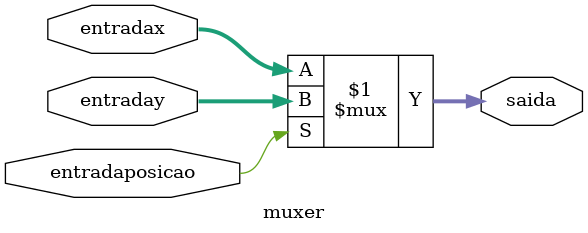
<source format=sv>
module muxer(entradax,entraday, entradaposicao, saida);
			input logic [4:0] entradax, entraday;
			input logic entradaposicao;
         output logic [4:0] saida;
   assign saida = entradaposicao ? entraday : entradax;
	
endmodule

</source>
